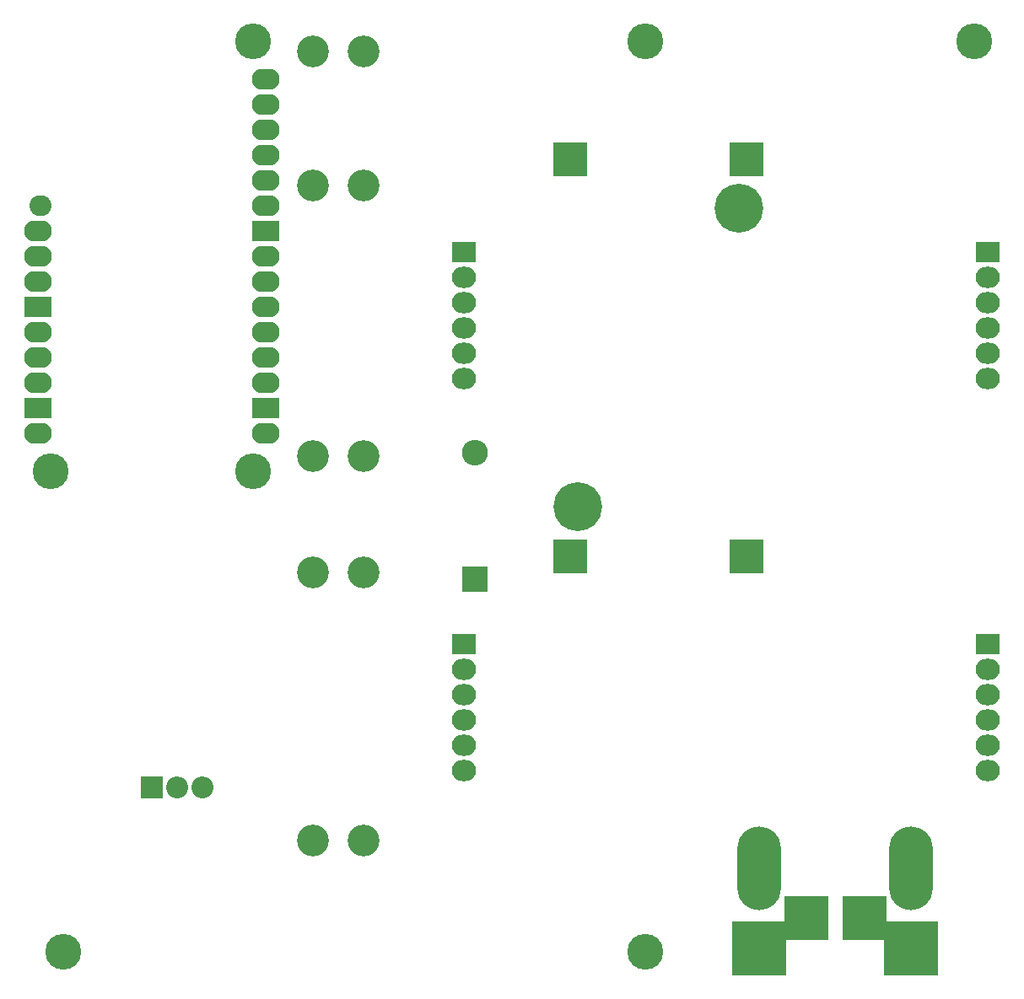
<source format=gbs>
G04 #@! TF.FileFunction,Soldermask,Bot*
%FSLAX46Y46*%
G04 Gerber Fmt 4.6, Leading zero omitted, Abs format (unit mm)*
G04 Created by KiCad (PCBNEW 4.0.4-stable) date 12/21/17 08:36:57*
%MOMM*%
%LPD*%
G01*
G04 APERTURE LIST*
%ADD10C,0.250000*%
%ADD11C,4.900000*%
%ADD12R,3.400000X3.400000*%
%ADD13C,3.600000*%
%ADD14R,2.800000X2.100000*%
%ADD15O,2.800000X2.100000*%
%ADD16O,2.200000X2.100000*%
%ADD17R,2.600000X2.600000*%
%ADD18O,2.600000X2.600000*%
%ADD19O,4.400000X8.400000*%
%ADD20R,5.400000X5.400000*%
%ADD21R,4.400000X4.400000*%
%ADD22O,2.432000X2.127200*%
%ADD23R,2.432000X2.127200*%
%ADD24C,3.200000*%
%ADD25R,2.200000X2.200000*%
%ADD26O,2.200000X2.200000*%
G04 APERTURE END LIST*
D10*
D11*
X129070100Y-114020600D03*
X145249900Y-84099400D03*
D12*
X128346200Y-118999000D03*
X145973800Y-118999000D03*
X145973800Y-79121000D03*
X128346200Y-79121000D03*
D13*
X135890000Y-67310000D03*
X135890000Y-158750000D03*
X77470000Y-158750000D03*
D14*
X97790000Y-104140000D03*
D15*
X97790000Y-101600000D03*
X97790000Y-99060000D03*
X97790000Y-96520000D03*
X97790000Y-93980000D03*
D16*
X75180000Y-83820000D03*
D15*
X97790000Y-91440000D03*
X74930000Y-86360000D03*
X97790000Y-88900000D03*
X74930000Y-88900000D03*
D14*
X97790000Y-86360000D03*
D15*
X74930000Y-91440000D03*
X97790000Y-83820000D03*
D14*
X74930000Y-93980000D03*
D15*
X97790000Y-81280000D03*
X74930000Y-96520000D03*
X97790000Y-78740000D03*
X74930000Y-99060000D03*
X97790000Y-76200000D03*
X74930000Y-101600000D03*
X97790000Y-73660000D03*
D14*
X74930000Y-104140000D03*
D15*
X97790000Y-71120000D03*
X74930000Y-106680000D03*
X97790000Y-106680000D03*
D13*
X96520000Y-67310000D03*
X96520000Y-110490000D03*
X76200000Y-110490000D03*
D17*
X118745000Y-121285000D03*
D18*
X118745000Y-108585000D03*
D19*
X162560000Y-150400000D03*
D20*
X162560000Y-158400000D03*
D21*
X157860000Y-155400000D03*
D22*
X117625000Y-101175000D03*
X117625000Y-98635000D03*
X117625000Y-96095000D03*
X117625000Y-93555000D03*
X117625000Y-91015000D03*
D23*
X117625000Y-88475000D03*
D24*
X102455980Y-68336160D03*
X107535980Y-68336160D03*
X102453440Y-81798160D03*
X107533440Y-81798160D03*
X102453440Y-108976160D03*
X107533440Y-108976160D03*
X102453440Y-120660160D03*
X107533440Y-120660160D03*
X102453440Y-147584160D03*
X107533440Y-147584160D03*
D22*
X117625000Y-140550000D03*
X117625000Y-138010000D03*
X117625000Y-135470000D03*
X117625000Y-132930000D03*
X117625000Y-130390000D03*
D23*
X117625000Y-127850000D03*
D22*
X170200000Y-101175000D03*
X170200000Y-98635000D03*
X170200000Y-96095000D03*
X170200000Y-93555000D03*
X170200000Y-91015000D03*
D23*
X170200000Y-88475000D03*
D22*
X170200000Y-140525000D03*
X170200000Y-137985000D03*
X170200000Y-135445000D03*
X170200000Y-132905000D03*
X170200000Y-130365000D03*
D23*
X170200000Y-127825000D03*
D25*
X86360000Y-142240000D03*
D26*
X88900000Y-142240000D03*
X91440000Y-142240000D03*
D19*
X147320000Y-150400000D03*
D20*
X147320000Y-158400000D03*
D21*
X152020000Y-155400000D03*
D13*
X168910000Y-67310000D03*
M02*

</source>
